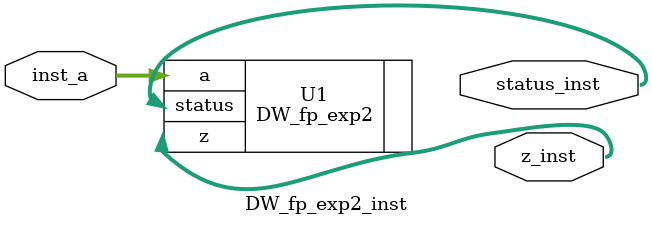
<source format=v>
module DW_fp_exp2_inst( inst_a, z_inst, status_inst );

parameter inst_sig_width = 10;
parameter inst_exp_width = 5;
parameter inst_ieee_compliance = 0;
parameter inst_arch = 2;


input [inst_sig_width+inst_exp_width : 0] inst_a;
output [inst_sig_width+inst_exp_width : 0] z_inst;
output [7 : 0] status_inst;

    // Instance of DW_fp_exp2
    DW_fp_exp2 #(inst_sig_width, inst_exp_width, inst_ieee_compliance, inst_arch) U1 (
                        .a(inst_a),
                        .z(z_inst),
                        .status(status_inst) );

endmodule

</source>
